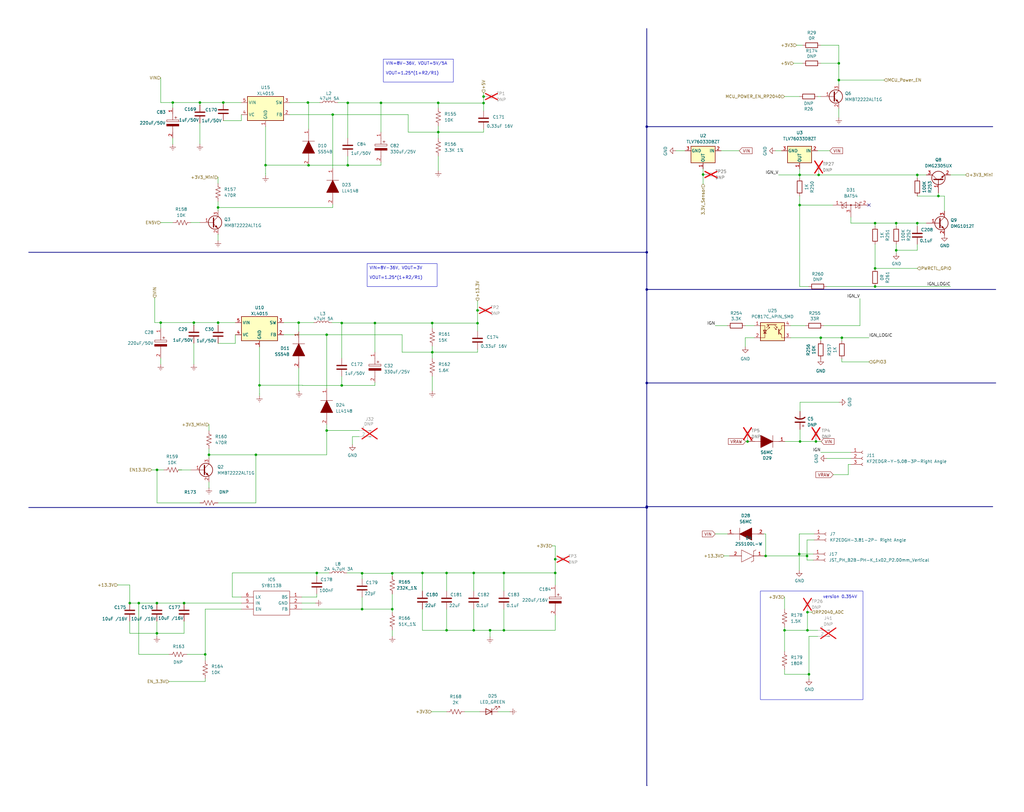
<source format=kicad_sch>
(kicad_sch (version 20231120) (generator "eeschema") (generator_version "8.0")
  (paper "User" 431 342)
  (junction (at 77.47 254))
  (junction (at 87.9567 191.5238))
  (junction (at 109.22 162.2591))
  (junction (at 66.04 266.7))
  (junction (at 295.91 73.4937))
  (junction (at 81.6019 135.89))
  (junction (at 314.6262 185.9298))
  (junction (at 133.35 241.3))
  (junction (at 66.04 254))
  (junction (at 200.9867 136.109))
  (junction (at 212.09 265.43))
  (junction (at 84.1419 43.18))
  (junction (at 160.3467 43.3232))
  (junction (at 181.9367 148.3438))
  (junction (at 386.08 73.66))
  (junction (at 345.44 142.24))
  (junction (at 129.5952 43.18))
  (junction (at 272.2111 106.2507))
  (junction (at 368.3 93.98))
  (junction (at 91.7921 135.89))
  (junction (at 272.2111 161.29))
  (junction (at 137.4867 181.3307))
  (junction (at 339.8499 265.43))
  (junction (at 368.3 120.65))
  (junction (at 72.7125 43.18))
  (junction (at 344.5606 73.66))
  (junction (at 368.3 113.03))
  (junction (at 184.4767 55.6338))
  (junction (at 212.09 241.3))
  (junction (at 330.2 265.43))
  (junction (at 354.33 142.24))
  (junction (at 203.5267 40.6677))
  (junction (at 137.4867 140.97))
  (junction (at 336.3771 233.348))
  (junction (at 111.76 69.5491))
  (junction (at 107.7044 191.5238))
  (junction (at 377.19 105.41))
  (junction (at 165.1 241.4213))
  (junction (at 336.722 185.9298))
  (junction (at 152.4 241.4213))
  (junction (at 336.55 86.36))
  (junction (at 336.55 73.66))
  (junction (at 339.6674 234.1477))
  (junction (at 129.8667 69.6038))
  (junction (at 272.2111 121.92))
  (junction (at 322.2448 234.1477))
  (junction (at 206.248 265.43))
  (junction (at 177.8 241.3))
  (junction (at 200.9867 130.7165))
  (junction (at 377.19 93.98))
  (junction (at 394.97 82.55))
  (junction (at 233.68 241.3))
  (junction (at 272.2111 53.34))
  (junction (at 340.4851 283.9561))
  (junction (at 143.8367 162.3138))
  (junction (at 187.96 265.43))
  (junction (at 66.0848 197.8738))
  (junction (at 91.7667 87.3838))
  (junction (at 152.4 256.54))
  (junction (at 146.3767 43.3232))
  (junction (at 140.0267 48.26))
  (junction (at 199.39 241.3))
  (junction (at 353.06 33.7136))
  (junction (at 67.6367 135.89))
  (junction (at 339.8499 257.81))
  (junction (at 386.08 93.98))
  (junction (at 54.61 254))
  (junction (at 343.4226 185.9298))
  (junction (at 157.8067 136.0332))
  (junction (at 272.2111 213.36))
  (junction (at 181.8942 136.0332))
  (junction (at 143.8367 136.0332))
  (junction (at 93.98 43.18))
  (junction (at 86.36 275.59))
  (junction (at 353.06 26.67))
  (junction (at 58.42 254))
  (junction (at 272.2111 213.7291))
  (junction (at 125.6954 135.89))
  (junction (at 203.5267 43.399))
  (junction (at 165.1 256.54))
  (junction (at 187.96 241.3))
  (junction (at 146.3767 69.6038))
  (junction (at 184.4342 43.3232))
  (junction (at 233.68 235.5096))
  (junction (at 199.39 265.43))
  (no_connect (at 365.76 86.36))
  (wire (pts (xy 81.6019 135.89) (xy 91.7921 135.89)))
  (wire (pts (xy 86.36 275.59) (xy 86.36 278.13)))
  (wire (pts (xy 140.0267 87.3838) (xy 140.0267 86.1138)))
  (wire (pts (xy 91.7667 88.6167) (xy 91.7825 88.6167)))
  (wire (pts (xy 177.8 241.3) (xy 165.1 241.3)))
  (wire (pts (xy 129.8667 54.3638) (xy 129.8667 43.18)))
  (wire (pts (xy 181.61 299.72) (xy 187.96 299.72)))
  (wire (pts (xy 137.4867 178.8238) (xy 137.4867 181.3307)))
  (wire (pts (xy 97.79 251.46) (xy 97.79 241.3)))
  (wire (pts (xy 143.8367 158.5038) (xy 143.8367 162.3138)))
  (wire (pts (xy 358.14 93.98) (xy 368.3 93.98)))
  (wire (pts (xy 133.35 241.3) (xy 133.35 242.57)))
  (wire (pts (xy 58.42 254) (xy 66.04 254)))
  (bus (pts (xy 272.2111 213.36) (xy 417.83 213.36)))
  (wire (pts (xy 111.76 69.5491) (xy 111.76 73.1676)))
  (wire (pts (xy 169.2367 148.3438) (xy 181.9367 148.3438)))
  (wire (pts (xy 203.5267 40.6677) (xy 203.5267 43.399)))
  (wire (pts (xy 203.5267 43.399) (xy 203.5267 46.7438)))
  (wire (pts (xy 157.8067 162.3138) (xy 143.8367 162.3138)))
  (wire (pts (xy 336.55 73.66) (xy 344.5606 73.66)))
  (wire (pts (xy 165.1 241.3) (xy 165.1 241.4213)))
  (bus (pts (xy 272.2111 161.29) (xy 419.1 161.29)))
  (wire (pts (xy 81.6019 137.16) (xy 81.6067 137.16)))
  (wire (pts (xy 339.6674 234.1477) (xy 339.6674 235.888)))
  (wire (pts (xy 377.19 102.87) (xy 377.19 105.41)))
  (wire (pts (xy 54.61 266.7) (xy 66.04 266.7)))
  (wire (pts (xy 284.48 63.5) (xy 288.29 63.5)))
  (wire (pts (xy 330.372 185.9298) (xy 336.722 185.9298)))
  (wire (pts (xy 80.3367 93.6967) (xy 80.3367 93.7338)))
  (wire (pts (xy 326.39 63.5) (xy 328.93 63.5)))
  (wire (pts (xy 109.22 162.2591) (xy 109.22 165.8776)))
  (wire (pts (xy 91.7667 101.3538) (xy 91.7667 98.7767)))
  (wire (pts (xy 314.6262 185.9298) (xy 315.132 185.9298)))
  (wire (pts (xy 339.8499 257.81) (xy 339.8499 265.43)))
  (wire (pts (xy 137.4867 181.3307) (xy 151.13 181.3307)))
  (wire (pts (xy 111.76 53.34) (xy 111.76 69.5491)))
  (wire (pts (xy 199.39 256.54) (xy 199.39 265.43)))
  (wire (pts (xy 199.39 265.43) (xy 206.248 265.43)))
  (wire (pts (xy 87.9542 191.5238) (xy 87.9542 192.835)))
  (wire (pts (xy 304.7183 234.112) (xy 304.7183 234.1477)))
  (wire (pts (xy 75.2542 197.915) (xy 75.2542 197.8738)))
  (wire (pts (xy 342.2775 235.888) (xy 339.6674 235.888)))
  (wire (pts (xy 195.58 299.72) (xy 201.93 299.72)))
  (wire (pts (xy 66.04 267.97) (xy 66.04 266.7)))
  (wire (pts (xy 143.51 136.0332) (xy 143.8367 136.0332)))
  (wire (pts (xy 143.8367 136.0332) (xy 157.8067 136.0332)))
  (wire (pts (xy 160.3467 55.6338) (xy 160.3467 43.3232)))
  (wire (pts (xy 91.7667 98.7767) (xy 91.7825 98.7767)))
  (wire (pts (xy 317.5 142.24) (xy 313.69 142.24)))
  (wire (pts (xy 397.51 82.55) (xy 394.97 82.55)))
  (wire (pts (xy 206.248 265.43) (xy 206.248 268.224)))
  (wire (pts (xy 84.1419 43.18) (xy 93.98 43.18)))
  (wire (pts (xy 199.39 241.3) (xy 187.96 241.3)))
  (bus (pts (xy 272.2111 161.29) (xy 272.2111 213.36)))
  (wire (pts (xy 353.06 26.67) (xy 345.44 26.67)))
  (wire (pts (xy 165.1 257.81) (xy 165.1 256.54)))
  (wire (pts (xy 336.55 86.36) (xy 350.52 86.36)))
  (wire (pts (xy 233.68 259.08) (xy 233.68 265.43)))
  (wire (pts (xy 132.0501 135.89) (xy 132.0501 135.8854)))
  (wire (pts (xy 121.92 43.18) (xy 129.5952 43.18)))
  (bus (pts (xy 12.0996 213.7291) (xy 272.2111 213.7291)))
  (wire (pts (xy 336.55 73.66) (xy 336.55 74.93)))
  (wire (pts (xy 87.9567 178.8238) (xy 87.9567 181.3638)))
  (wire (pts (xy 66.04 254) (xy 77.47 254)))
  (wire (pts (xy 157.8067 161.0438) (xy 157.8067 162.3138)))
  (wire (pts (xy 209.55 299.72) (xy 214.63 299.72)))
  (wire (pts (xy 67.6367 138.1838) (xy 67.6367 135.89)))
  (wire (pts (xy 87.9567 191.5238) (xy 107.7044 191.5238)))
  (wire (pts (xy 345.612 185.9298) (xy 343.4226 185.9298)))
  (wire (pts (xy 140.0267 48.26) (xy 140.0267 70.8738)))
  (wire (pts (xy 67.6367 135.89) (xy 81.6019 135.89)))
  (bus (pts (xy 12.0738 106.2507) (xy 272.2111 106.2507)))
  (wire (pts (xy 137.4867 181.3307) (xy 137.4867 191.5238)))
  (wire (pts (xy 54.61 261.62) (xy 54.61 266.7)))
  (wire (pts (xy 330.2 251.46) (xy 330.2 256.54)))
  (wire (pts (xy 91.7667 74.6838) (xy 91.7667 77.2238)))
  (wire (pts (xy 336.55 71.12) (xy 336.55 73.66)))
  (wire (pts (xy 386.08 93.98) (xy 389.89 93.98)))
  (wire (pts (xy 101.6 251.46) (xy 97.79 251.46)))
  (wire (pts (xy 109.22 146.05) (xy 109.22 162.2591)))
  (wire (pts (xy 101.6 256.54) (xy 86.36 256.54)))
  (wire (pts (xy 368.3 113.03) (xy 386.08 113.03)))
  (wire (pts (xy 353.06 26.67) (xy 353.06 33.7136)))
  (wire (pts (xy 133.35 241.3) (xy 138.43 241.3)))
  (wire (pts (xy 67.6367 93.7338) (xy 72.7167 93.7338)))
  (wire (pts (xy 181.9367 148.3438) (xy 181.9367 150.8838)))
  (wire (pts (xy 137.4867 140.97) (xy 169.2367 140.97)))
  (wire (pts (xy 177.8 241.3) (xy 177.8 248.92)))
  (wire (pts (xy 187.96 241.3) (xy 177.8 241.3)))
  (wire (pts (xy 330.2 283.9561) (xy 340.4851 283.9561)))
  (wire (pts (xy 157.8067 148.3438) (xy 157.8067 136.0332)))
  (wire (pts (xy 65.0967 125.4838) (xy 65.0967 135.89)))
  (wire (pts (xy 212.09 256.54) (xy 212.09 265.43)))
  (wire (pts (xy 86.36 287.02) (xy 86.36 285.75)))
  (wire (pts (xy 171.7767 55.6338) (xy 184.4767 55.6338)))
  (wire (pts (xy 212.09 241.3) (xy 212.09 248.92)))
  (wire (pts (xy 78.74 275.59) (xy 86.36 275.59)))
  (wire (pts (xy 165.1 250.19) (xy 165.1 256.54)))
  (wire (pts (xy 129.8667 69.5491) (xy 129.8667 69.6038)))
  (wire (pts (xy 146.05 43.3232) (xy 146.3767 43.3232)))
  (wire (pts (xy 353.06 33.7136) (xy 372.11 33.7136)))
  (wire (pts (xy 67.6367 150.8838) (xy 67.6367 153.4238)))
  (wire (pts (xy 336.3771 224.8877) (xy 336.3771 233.348)))
  (wire (pts (xy 93.98 50.8) (xy 101.6 50.8)))
  (wire (pts (xy 148.336 183.896) (xy 148.336 187.198)))
  (bus (pts (xy 272.2111 53.34) (xy 272.2111 106.2507)))
  (bus (pts (xy 272.2111 121.92) (xy 419.1 121.92)))
  (wire (pts (xy 350.692 199.8998) (xy 357.042 199.8998)))
  (wire (pts (xy 151.13 183.896) (xy 148.336 183.896)))
  (wire (pts (xy 184.4767 55.6338) (xy 184.4767 58.1738)))
  (wire (pts (xy 200.9867 136.109) (xy 200.9867 139.4538)))
  (bus (pts (xy 272.2111 121.92) (xy 272.2111 161.29)))
  (wire (pts (xy 184.4342 43.3232) (xy 184.4767 43.3232)))
  (wire (pts (xy 87.9542 205.4938) (xy 87.9567 205.4938)))
  (wire (pts (xy 212.09 241.3) (xy 199.39 241.3)))
  (wire (pts (xy 72.7125 58.1395) (xy 72.7125 60.7138)))
  (wire (pts (xy 339.6674 227.4277) (xy 339.6674 234.1477)))
  (wire (pts (xy 303.53 63.5) (xy 311.15 63.5)))
  (wire (pts (xy 184.4767 53.0938) (xy 184.4767 55.6338)))
  (wire (pts (xy 81.6067 137.16) (xy 81.6067 136.9138)))
  (wire (pts (xy 181.9367 148.3438) (xy 200.9867 148.3438)))
  (wire (pts (xy 313.862 185.9298) (xy 314.6262 185.9298)))
  (wire (pts (xy 386.08 102.87) (xy 386.08 105.41)))
  (wire (pts (xy 87.9567 188.9838) (xy 87.9567 191.5238)))
  (wire (pts (xy 146.3767 65.7938) (xy 146.3767 69.6038)))
  (wire (pts (xy 129.8667 43.18) (xy 129.5952 43.18)))
  (wire (pts (xy 313.69 137.16) (xy 317.5 137.16)))
  (wire (pts (xy 63.8267 197.8738) (xy 66.0848 197.8738)))
  (wire (pts (xy 109.22 162.2591) (xy 127.3267 162.2591)))
  (bus (pts (xy 272.2111 106.2507) (xy 272.2111 121.92)))
  (wire (pts (xy 233.68 229.87) (xy 233.68 235.5096)))
  (wire (pts (xy 300.99 137.16) (xy 306.07 137.16)))
  (wire (pts (xy 336.55 86.36) (xy 336.55 120.65)))
  (wire (pts (xy 342.2775 233.348) (xy 336.3771 233.348)))
  (wire (pts (xy 146.3767 43.3232) (xy 160.3467 43.3232)))
  (wire (pts (xy 54.61 254) (xy 58.42 254)))
  (wire (pts (xy 322.2448 224.8972) (xy 322.2448 234.1477)))
  (wire (pts (xy 65.0967 135.89) (xy 67.6367 135.89)))
  (wire (pts (xy 340.4851 283.9561) (xy 340.4851 285.9585)))
  (wire (pts (xy 386.08 95.25) (xy 386.08 93.98)))
  (wire (pts (xy 336.3771 233.348) (xy 336.3771 240.1882)))
  (wire (pts (xy 101.6 50.8) (xy 101.6 48.26)))
  (wire (pts (xy 332.74 137.16) (xy 339.09 137.16)))
  (wire (pts (xy 77.47 254) (xy 101.6 254)))
  (wire (pts (xy 181.9367 138.1838) (xy 181.9367 136.0332)))
  (wire (pts (xy 152.4 241.3) (xy 152.4 241.4213)))
  (wire (pts (xy 49.53 246.38) (xy 54.61 246.38)))
  (wire (pts (xy 394.97 82.55) (xy 394.97 81.28)))
  (wire (pts (xy 181.9367 145.8038) (xy 181.9367 148.3438)))
  (wire (pts (xy 111.76 69.5491) (xy 129.8667 69.5491)))
  (wire (pts (xy 353.06 45.72) (xy 353.06 49.53)))
  (wire (pts (xy 160.3467 43.3232) (xy 184.4342 43.3232)))
  (bus (pts (xy 272.2111 213.36) (xy 272.2111 213.7291)))
  (wire (pts (xy 125.73 154.94) (xy 125.73 164.7013)))
  (wire (pts (xy 233.68 246.38) (xy 233.68 241.3)))
  (wire (pts (xy 199.39 241.3) (xy 199.39 248.92)))
  (wire (pts (xy 200.9867 126.7538) (xy 200.9867 130.7165)))
  (wire (pts (xy 200.9867 136.109) (xy 181.8942 136.109)))
  (wire (pts (xy 84.1419 44.45) (xy 84.1419 43.18)))
  (bus (pts (xy 272.2111 213.7291) (xy 272.2111 330.8199)))
  (wire (pts (xy 233.68 235.5096) (xy 233.68 241.3)))
  (wire (pts (xy 66.04 261.62) (xy 66.04 266.7)))
  (wire (pts (xy 357.042 195.58) (xy 358.0952 195.58)))
  (wire (pts (xy 233.68 241.3) (xy 212.09 241.3)))
  (wire (pts (xy 184.4767 55.6338) (xy 203.5267 55.6338)))
  (wire (pts (xy 119.38 140.97) (xy 137.4867 140.97)))
  (wire (pts (xy 203.5267 55.6338) (xy 203.5267 54.3638)))
  (wire (pts (xy 187.96 241.3) (xy 187.96 248.92)))
  (wire (pts (xy 107.7044 211.7633) (xy 107.7044 191.5238)))
  (wire (pts (xy 330.2 265.43) (xy 330.2 274.32)))
  (wire (pts (xy 127.3267 162.3138) (xy 143.8367 162.3138)))
  (wire (pts (xy 353.06 33.7136) (xy 353.06 35.56)))
  (wire (pts (xy 91.7667 87.3838) (xy 140.0267 87.3838)))
  (wire (pts (xy 84.1625 93.6967) (xy 80.3367 93.6967)))
  (wire (pts (xy 295.91 71.12) (xy 295.91 73.4937)))
  (wire (pts (xy 353.06 19.05) (xy 353.06 26.67)))
  (wire (pts (xy 304.7183 234.1477) (xy 307.0048 234.1477)))
  (wire (pts (xy 344.17 265.43) (xy 339.8499 265.43)))
  (wire (pts (xy 361.95 137.16) (xy 346.71 137.16)))
  (wire (pts (xy 152.4 251.46) (xy 152.4 256.54)))
  (wire (pts (xy 75.2542 197.8738) (xy 76.5267 197.8738)))
  (wire (pts (xy 84.1467 44.45) (xy 84.1467 44.2038)))
  (wire (pts (xy 91.7921 144.6065) (xy 99.06 144.6065)))
  (wire (pts (xy 295.91 73.4937) (xy 295.91 77.47)))
  (wire (pts (xy 86.36 256.54) (xy 86.36 275.59)))
  (wire (pts (xy 160.3467 68.3338) (xy 160.3467 69.6038)))
  (wire (pts (xy 67.6367 32.7738) (xy 67.6367 43.18)))
  (wire (pts (xy 125.6954 135.89) (xy 132.0501 135.89)))
  (wire (pts (xy 377.19 105.41) (xy 386.08 105.41)))
  (wire (pts (xy 81.6067 144.5338) (xy 81.6067 153.4238)))
  (wire (pts (xy 91.7921 135.89) (xy 99.06 135.89)))
  (wire (pts (xy 151.13 181.3307) (xy 151.13 181.356)))
  (wire (pts (xy 368.3 93.98) (xy 368.3 95.25)))
  (wire (pts (xy 184.4342 43.399) (xy 184.4342 43.3232)))
  (wire (pts (xy 344.17 267.97) (xy 340.4851 267.97)))
  (wire (pts (xy 344.5606 73.66) (xy 386.08 73.66)))
  (wire (pts (xy 342.6375 224.8877) (xy 336.3771 224.8877)))
  (wire (pts (xy 146.05 43.1754) (xy 146.05 43.3232)))
  (wire (pts (xy 66.0848 197.8738) (xy 68.9067 197.8738)))
  (wire (pts (xy 87.9542 202.995) (xy 87.9542 205.4938)))
  (wire (pts (xy 233.68 265.43) (xy 212.09 265.43)))
  (wire (pts (xy 336.55 82.55) (xy 336.55 86.36)))
  (wire (pts (xy 71.12 287.02) (xy 86.36 287.02)))
  (wire (pts (xy 357.042 199.8998) (xy 357.042 195.58)))
  (wire (pts (xy 125.6954 139.7) (xy 125.73 139.7)))
  (wire (pts (xy 377.19 105.41) (xy 377.19 106.68)))
  (wire (pts (xy 345.44 19.05) (xy 353.06 19.05)))
  (wire (pts (xy 165.1 256.54) (xy 152.4 256.54)))
  (wire (pts (xy 160.3467 69.6038) (xy 146.3767 69.6038)))
  (wire (pts (xy 91.7921 135.89) (xy 91.7921 136.9865)))
  (wire (pts (xy 306.2339 224.8877) (xy 301.0365 224.8877)))
  (wire (pts (xy 109.2247 165.8776) (xy 109.2247 166.707)))
  (wire (pts (xy 345.44 142.24) (xy 332.74 142.24)))
  (wire (pts (xy 187.96 265.43) (xy 199.39 265.43)))
  (wire (pts (xy 72.7125 45.4395) (xy 72.7125 43.18)))
  (wire (pts (xy 143.51 135.8854) (xy 139.6701 135.8854)))
  (wire (pts (xy 133.35 250.19) (xy 133.35 251.46)))
  (wire (pts (xy 340.4851 267.97) (xy 340.4851 283.9561)))
  (wire (pts (xy 66.0848 211.7633) (xy 66.0848 197.8738)))
  (wire (pts (xy 334.01 26.67) (xy 337.82 26.67)))
  (wire (pts (xy 339.6674 227.4277) (xy 342.6375 227.4277)))
  (wire (pts (xy 330.2 281.94) (xy 330.2 283.9561)))
  (wire (pts (xy 203.5267 39.1238) (xy 203.5267 40.6677)))
  (wire (pts (xy 66.04 266.7) (xy 77.47 266.7)))
  (wire (pts (xy 87.9542 191.5238) (xy 87.9567 191.5238)))
  (wire (pts (xy 386.08 74.93) (xy 386.08 73.66)))
  (wire (pts (xy 181.8942 136.109) (xy 181.8942 136.0332)))
  (wire (pts (xy 58.42 275.59) (xy 58.42 254)))
  (wire (pts (xy 129.5952 43.18) (xy 129.5952 43.1754)))
  (wire (pts (xy 54.61 246.38) (xy 54.61 254)))
  (wire (pts (xy 232.41 229.87) (xy 233.68 229.87)))
  (wire (pts (xy 165.1 242.57) (xy 165.1 241.4213)))
  (wire (pts (xy 125.73 164.7013) (xy 125.8771 164.7013)))
  (wire (pts (xy 146.05 43.1754) (xy 142.2101 43.1754)))
  (wire (pts (xy 84.1515 211.7633) (xy 66.0848 211.7633)))
  (wire (pts (xy 140.0267 48.26) (xy 171.7767 48.26)))
  (bus (pts (xy 272.2111 330.8199) (xy 272.3431 330.8199)))
  (wire (pts (xy 121.92 48.26) (xy 140.0267 48.26)))
  (wire (pts (xy 330.2 264.16) (xy 330.2 265.43)))
  (wire (pts (xy 165.1 241.4213) (xy 152.4 241.4213)))
  (wire (pts (xy 344.17 63.5) (xy 349.25 63.5)))
  (wire (pts (xy 347.98 120.65) (xy 368.3 120.65)))
  (wire (pts (xy 184.4767 45.4738) (xy 184.4767 43.3232)))
  (wire (pts (xy 361.95 125.73) (xy 361.95 137.16)))
  (wire (pts (xy 111.7647 73.1676) (xy 111.7647 73.997)))
  (wire (pts (xy 152.4 256.54) (xy 127 256.54)))
  (wire (pts (xy 354.33 142.24) (xy 345.44 142.24)))
  (wire (pts (xy 129.5952 43.1754) (xy 134.5901 43.1754)))
  (wire (pts (xy 157.8067 136.0332) (xy 181.8942 136.0332)))
  (wire (pts (xy 336.722 169.4198) (xy 336.722 173.2298)))
  (wire (pts (xy 77.47 261.62) (xy 77.47 266.7)))
  (wire (pts (xy 377.19 93.98) (xy 377.19 95.25)))
  (wire (pts (xy 137.4867 140.97) (xy 137.4867 163.5838)))
  (wire (pts (xy 400.05 120.65) (xy 368.3 120.65)))
  (wire (pts (xy 206.248 265.43) (xy 212.09 265.43)))
  (wire (pts (xy 327.66 73.66) (xy 336.55 73.66)))
  (wire (pts (xy 72.7125 60.7138) (xy 72.7167 60.7138)))
  (wire (pts (xy 306.2339 224.8972) (xy 306.2339 224.8877)))
  (wire (pts (xy 72.7125 43.18) (xy 84.1419 43.18)))
  (wire (pts (xy 177.8 256.54) (xy 177.8 265.43)))
  (wire (pts (xy 143.8367 136.0332) (xy 143.8367 150.8838)))
  (wire (pts (xy 200.9867 148.3438) (xy 200.9867 147.0738)))
  (wire (pts (xy 347.98 193.04) (xy 358.0952 193.04)))
  (wire (pts (xy 341.63 257.81) (xy 339.8499 257.81)))
  (wire (pts (xy 99.06 144.6065) (xy 99.06 140.97)))
  (wire (pts (xy 146.3767 43.3232) (xy 146.3767 58.1738)))
  (wire (pts (xy 339.8499 265.43) (xy 330.2 265.43)))
  (wire (pts (xy 365.76 152.4) (xy 354.33 152.4)))
  (wire (pts (xy 177.8 265.43) (xy 187.96 265.43)))
  (wire (pts (xy 129.8667 69.6038) (xy 146.3767 69.6038)))
  (wire (pts (xy 127.3267 162.2591) (xy 127.3267 162.3138)))
  (wire (pts (xy 368.3 102.87) (xy 368.3 113.03)))
  (wire (pts (xy 109.22 165.8776) (xy 109.2247 165.8776)))
  (wire (pts (xy 397.51 82.55) (xy 397.51 88.9)))
  (wire (pts (xy 184.4767 65.7938) (xy 184.4767 71.8898)))
  (wire (pts (xy 84.1419 44.45) (xy 84.1467 44.45)))
  (wire (pts (xy 386.08 93.98) (xy 377.19 93.98)))
  (wire (pts (xy 67.6367 43.18) (xy 72.7125 43.18)))
  (wire (pts (xy 187.96 256.54) (xy 187.96 265.43)))
  (wire (pts (xy 354.33 142.24) (xy 365.76 142.24)))
  (wire (pts (xy 71.12 275.59) (xy 58.42 275.59)))
  (wire (pts (xy 400.05 73.66) (xy 406.4 73.66)))
  (wire (pts (xy 386.08 73.66) (xy 389.89 73.66)))
  (wire (pts (xy 340.36 120.65) (xy 336.55 120.65)))
  (wire (pts (xy 91.7667 87.3838) (xy 91.7667 88.6167)))
  (wire (pts (xy 200.9867 130.7165) (xy 200.9867 136.109)))
  (wire (pts (xy 377.19 93.98) (xy 368.3 93.98)))
  (wire (pts (xy 169.2367 140.97) (xy 169.2367 148.3438)))
  (wire (pts (xy 354.33 152.4) (xy 354.33 151.13)))
  (wire (pts (xy 203.5267 43.399) (xy 184.4342 43.399)))
  (wire (pts (xy 330.2 40.64) (xy 336.55 40.64)))
  (wire (pts (xy 345.44 190.5) (xy 358.0952 190.5)))
  (wire (pts (xy 75.2542 197.915) (xy 80.3342 197.915)))
  (wire (pts (xy 345.44 142.24) (xy 345.44 143.51)))
  (wire (pts (xy 91.7667 84.8438) (xy 91.7667 87.3838)))
  (wire (pts (xy 181.9367 158.5038) (xy 181.9367 164.5998)))
  (wire (pts (xy 81.6019 137.16) (xy 81.6019 135.89)))
  (wire (pts (xy 322.2448 234.1477) (xy 339.6674 234.1477)))
  (wire (pts (xy 171.7767 48.26) (xy 171.7767 55.6338)))
  (wire (pts (xy 133.35 251.46) (xy 127 251.46)))
  (wire (pts (xy 354.33 143.51) (xy 354.33 142.24)))
  (wire (pts (xy 146.05 241.3) (xy 152.4 241.3)))
  (wire (pts (xy 84.1467 51.8238) (xy 84.1467 60.7138)))
  (wire (pts (xy 336.722 185.9298) (xy 343.4226 185.9298)))
  (wire (pts (xy 335.28 19.05) (xy 337.82 19.05)))
  (wire (pts (xy 107.7044 191.5238) (xy 137.4867 191.5238)))
  (wire (pts (xy 353.232 169.4198) (xy 336.722 169.4198)))
  (wire (pts (xy 165.1 265.43) (xy 165.1 267.97)))
  (wire (pts (xy 119.38 135.89) (xy 125.6954 135.89)))
  (wire (pts (xy 344.17 40.64) (xy 345.44 40.64)))
  (wire (pts (xy 313.69 142.24) (xy 313.69 146.05)))
  (wire (pts (xy 127 254) (xy 132.8116 254)))
  (wire (pts (xy 336.722 180.8498) (xy 336.722 185.9298)))
  (wire (pts (xy 181.8942 136.0332) (xy 181.9367 136.0332)))
  (wire (pts (xy 143.51 135.8854) (xy 143.51 136.0332)))
  (wire (pts (xy 386.08 82.55) (xy 394.97 82.55)))
  (bus (pts (xy 272.2111 53.34) (xy 417.83 53.34)))
  (wire (pts (xy 93.98 43.18) (xy 101.6 43.18)))
  (wire (pts (xy 321.4739 224.8972) (xy 322.2448 224.8972)))
  (bus (pts (xy 272.2111 12.0238) (xy 272.2111 53.34)))
  (wire (pts (xy 152.4 241.4213) (xy 152.4 243.84)))
  (wire (pts (xy 111.76 73.1676) (xy 111.7647 73.1676)))
  (wire (pts (xy 97.79 241.3) (xy 133.35 241.3)))
  (wire (pts (xy 91.7715 211.7633) (xy 107.7044 211.7633)))
  (wire (pts (xy 125.6954 135.89) (xy 125.6954 139.7)))
  (wire (pts (xy 358.14 91.44) (xy 358.14 93.98)))
  (rectangle (start 320.04 248.92) (end 363.22 294.64))
  (text_box "VIN=8V-36V, VOUT=3V\n\nVOUT=1.25*(1+R2/R1)" (at 154.5047 111.0058 0) (size 29.464 9.652) (effects (font (size 1.27 1.27)) (justify left top)))
  (text_box "VIN=8V-36V, VOUT=5V/5A\n\nVOUT=1.25*(1+R2/R1)" (at 161.3627 24.8998 0) (size 29.464 9.652) (effects (font (size 1.27 1.27)) (justify left top)))
  (text "version 0.354V\n" (at 353.568 251.46 0) (effects (font (size 1.27 1.27))))
  (label "IGN" (at 345.44 190.5 180))
  (label "IGN_V" (at 327.66 73.66 180))
  (label "IGN_V" (at 361.95 125.73 180))
  (label "IGN" (at 300.99 137.16 180))
  (label "IGN_LOGIC" (at 365.76 142.24 0))
  (label "IGN_LOGIC" (at 400.05 120.65 180))
  (global_label "VIN" (shape input) (at 311.15 63.5 0) (property "Intersheetrefs" "${INTERSHEET_REFS}" (effects (hide yes))))
  (global_label "VRAW" (shape input) (at 350.692 199.8998 180) (property "Intersheetrefs" "${INTERSHEET_REFS}" (effects (hide yes))))
  (global_label "VIN" (shape input) (at 301.0365 224.8877 180) (property "Intersheetrefs" "${INTERSHEET_REFS}" (effects (hide yes))))
  (global_label "VRAW" (shape input) (at 313.862 185.9298 180) (property "Intersheetrefs" "${INTERSHEET_REFS}" (effects (hide yes))))
  (global_label "VIN" (shape input) (at 345.612 185.9298 0) (property "Intersheetrefs" "${INTERSHEET_REFS}" (effects (hide yes))))
  (global_label "VIN" (shape input) (at 349.25 63.5 0) (property "Intersheetrefs" "${INTERSHEET_REFS}" (effects (hide yes))))
  (hierarchical_label "EN5V" (shape input) (at 67.6367 93.7338 180))
  (hierarchical_label "MCU_POWER_EN_RP2040" (shape input) (at 330.2 40.64 180))
  (hierarchical_label "RP2040_ADC" (shape input) (at 341.63 257.81 0))
  (hierarchical_label "+13.3V" (shape input) (at 49.53 246.38 180))
  (hierarchical_label "+5V" (shape input) (at 203.5267 39.1238 90))
  (hierarchical_label "+3V3_Mini" (shape input) (at 406.4 73.66 0))
  (hierarchical_label "+5V" (shape input) (at 334.01 26.67 180))
  (hierarchical_label "VIN" (shape input) (at 65.0967 125.4838 90))
  (hierarchical_label "EN_3.3V" (shape input) (at 71.12 287.02 180))
  (hierarchical_label "EN13.3V" (shape input) (at 63.8267 197.8738 180))
  (hierarchical_label "MCU_Power_EN" (shape input) (at 372.11 33.7136 0))
  (hierarchical_label "+3V3_Mini" (shape input) (at 91.7667 74.6838 180))
  (hierarchical_label "+3V3_Mini" (shape input) (at 87.9567 178.8238 180))
  (hierarchical_label "+3V3" (shape input) (at 330.2 251.46 180))
  (hierarchical_label "+13.3V" (shape input) (at 200.9867 126.7538 90))
  (hierarchical_label "VIN" (shape input) (at 67.6367 32.7738 180))
  (hierarchical_label "PWRCTL_GPIO" (shape input) (at 386.08 113.03 0))
  (hierarchical_label "GPIO3" (shape input) (at 365.76 152.4 0))
  (hierarchical_label "+3V3" (shape input) (at 181.61 299.72 180))
  (hierarchical_label "+3V3" (shape input) (at 232.41 229.87 180))
  (hierarchical_label "+13.3V" (shape input) (at 304.7183 234.112 180))
  (hierarchical_label "3.3V_Sensor" (shape input) (at 295.91 77.47 270))
  (hierarchical_label "+3V3" (shape input) (at 335.28 19.05 180))
  (symbol (lib_id "Device:R_US") (at 181.9367 154.6938 0) (unit 1)
    (property "Reference" "R162" (at 184.4767 153.4237 0) (effects (justify left)))
    (property "Value" "1.6K" (at 184.4767 155.9637 0) (effects (justify left)))
    (property "Footprint" "Resistor_SMD:R_0603_1608Metric" (effects (hide yes)))
    (property "Description" "Resistor, US symbol" (effects (hide yes)))
  )
  (symbol (lib_id "Device:R") (at 309.88 137.16 270) (unit 1)
    (property "Reference" "R254" (at 309.88 131.9022 90))
    (property "Value" "3.3K" (at 309.88 134.2136 90))
    (property "Footprint" "Resistor_SMD:R_0603_1608Metric" (effects (hide yes)))
  )
  (symbol (lib_id "power:GND") (at 284.48 63.5 270) (unit 1)
    (property "Reference" "#PWR0125" (effects (hide yes)))
    (property "Value" "GND" (at 280.0858 63.627 0))
  )
  (symbol (lib_id "Device:L") (at 135.8601 135.8854 90) (unit 1)
    (property "Reference" "L3" (at 135.8601 132.0754 90))
    (property "Value" "47uH 5A" (at 136.0742 134.1794 90))
    (property "Footprint" "CYA1050-47UH:L_Bourns_SRR1208_12.7x12.7mm" (effects (hide yes)))
    (property "MPN" "CYA1050-47UH" (effects (hide yes)))
  )
  (symbol (lib_id "SS54B:SS54B") (at 129.8667 54.3638 270) (unit 1)
    (property "Reference" "D10" (at 133.6767 61.3488 90) (effects (justify left)))
    (property "Value" "SS54B" (at 133.6767 63.8888 90) (effects (justify left)))
    (property "Footprint" "Library:SS54B" (effects (hide yes)))
    (property "Datasheet" "https://datasheet.datasheetarchive.com/originals/distributors/Datasheets-3/DSA-43270.pdf" (effects (hide yes)))
    (property "Description" "HY Electronic Corp SS54B, SMT Rectifier Schottky Diode, 40V 5A, 2-Pin SMB" (effects (hide yes)))
    (property "Height" "2.44" (effects (hide yes)))
    (property "Manufacturer_Name" "HY Electronic" (effects (hide yes)))
    (property "Manufacturer_Part_Number" "SS54B" (effects (hide yes)))
    (property "MPN" "SS54B" (effects (hide yes)))
  )
  (symbol (lib_id "Device:R_US") (at 181.9367 141.9938 0) (unit 1)
    (property "Reference" "R161" (at 184.4767 140.7237 0) (effects (justify left)))
    (property "Value" "15K" (at 184.4767 143.2637 0) (effects (justify left)))
    (property "Footprint" "Resistor_SMD:R_0603_1608Metric" (effects (hide yes)))
    (property "Description" "Resistor, US symbol" (effects (hide yes)))
  )
  (symbol (lib_id "Device:R") (at 344.17 120.65 270) (unit 1)
    (property "Reference" "R260" (at 344.17 115.3922 90))
    (property "Value" "DNP" (at 344.17 117.7036 90))
    (property "Footprint" "Resistor_SMD:R_0603_1608Metric" (effects (hide yes)))
  )
  (symbol (lib_id "Device:R_US") (at 72.7167 197.8738 90) (unit 1)
    (property "Reference" "R159" (at 72.4627 192.2858 90))
    (property "Value" "10K" (at 72.4627 194.8258 90))
    (property "Footprint" "Resistor_SMD:R_0603_1608Metric" (effects (hide yes)))
    (property "Description" "Resistor, US symbol" (effects (hide yes)))
  )
  (symbol (lib_id "Device:C") (at 187.96 252.73 180) (unit 1)
    (property "Reference" "C181" (at 189.484 250.444 0) (effects (justify right)))
    (property "Value" "22uF" (at 188.976 255.016 0) (effects (justify right)))
    (property "Footprint" "Capacitor_SMD:C_0603_1608Metric" (effects (hide yes)))
  )
  (symbol (lib_id "power:GND") (at 326.39 63.5 270) (unit 1)
    (property "Reference" "#PWR0124" (effects (hide yes)))
    (property "Value" "GND" (at 321.9958 63.627 0))
  )
  (symbol (lib_id "power:GND") (at 340.4851 285.9585 0) (unit 1)
    (property "Reference" "#PWR0237" (effects (hide yes)))
    (property "Value" "GND" (at 340.6121 290.3527 0))
  )
  (symbol (lib_id "Device:C") (at 177.8 252.73 180) (unit 1)
    (property "Reference" "C180" (at 179.324 250.444 0) (effects (justify right)))
    (property "Value" "22uF" (at 178.816 255.016 0) (effects (justify right)))
    (property "Footprint" "Capacitor_SMD:C_0603_1608Metric" (effects (hide yes)))
  )
  (symbol (lib_id "Device:R_US") (at 191.77 299.72 90) (unit 1)
    (property "Reference" "R168" (at 191.77 293.37 90))
    (property "Value" "2K" (at 191.77 295.91 90))
    (property "Footprint" "Resistor_SMD:R_0603_1608Metric" (effects (hide yes)))
    (property "Description" "Resistor, US symbol" (effects (hide yes)))
  )
  (symbol (lib_id "Device:C") (at 152.4 247.65 180) (unit 1)
    (property "Reference" "C179" (at 153.924 245.364 0) (effects (justify right)))
    (property "Value" "22pF" (at 153.416 249.936 0) (effects (justify right)))
    (property "Footprint" "Capacitor_SMD:C_0603_1608Metric" (effects (hide yes)))
  )
  (symbol (lib_id "Device:C") (at 133.35 246.38 180) (unit 1)
    (property "Reference" "C178" (at 134.874 244.094 0) (effects (justify right)))
    (property "Value" "100nF" (at 134.366 248.666 0) (effects (justify right)))
    (property "Footprint" "Capacitor_SMD:C_0603_1608Metric" (effects (hide yes)))
  )
  (symbol (lib_id "Device:C") (at 54.61 257.81 180) (unit 1)
    (property "Reference" "C175" (at 48.006 255.778 0) (effects (justify right)))
    (property "Value" "10uF /16V" (at 42.926 260.604 0) (effects (justify right)))
    (property "Footprint" "Capacitor_SMD:C_0603_1608Metric" (effects (hide yes)))
  )
  (symbol (lib_id "power:Earth") (at 87.9567 205.4938 0) (unit 1)
    (property "Reference" "#PWR0193" (effects (hide yes)))
    (property "Value" "Earth" (effects (hide yes)))
    (property "Description" "Power symbol creates a global label with name \"Earth\"" (effects (hide yes)))
  )
  (symbol (lib_name "GND_1") (lib_id "power:GND") (at 148.336 187.198 0) (unit 1)
    (property "Reference" "#PWR0163" (effects (hide yes)))
    (property "Value" "GND" (at 148.336 191.77 0))
    (property "Description" "Power symbol creates a global label with name \"GND\" , ground" (effects (hide yes)))
  )
  (symbol (lib_id "Device:R") (at 368.3 116.84 180) (unit 1)
    (property "Reference" "R261" (at 373.5578 116.84 90))
    (property "Value" "0R" (at 371.2464 116.84 90))
    (property "Footprint" "Resistor_SMD:R_0603_1608Metric" (effects (hide yes)))
  )
  (symbol (lib_id "power:Earth") (at 353.06 49.53 0) (unit 1)
    (property "Reference" "#PWR049" (effects (hide yes)))
    (property "Value" "Earth" (effects (hide yes)))
    (property "Description" "Power symbol creates a global label with name \"Earth\"" (effects (hide yes)))
  )
  (symbol (lib_id "power:Earth") (at 81.6067 153.4238 0) (unit 1)
    (property "Reference" "#PWR0192" (effects (hide yes)))
    (property "Value" "Earth" (effects (hide yes)))
    (property "Description" "Power symbol creates a global label with name \"Earth\"" (effects (hide yes)))
  )
  (symbol (lib_id "Device:L") (at 142.24 241.3 90) (unit 1)
    (property "Reference" "L8" (at 142.24 237.49 90))
    (property "Value" "2A 4.7uH 3A" (at 142.4541 239.594 90))
    (property "Footprint" "Pro V3:Inductor_0402_4.7uH" (effects (hide yes)))
    (property "MPN" "HA42-4R7MT" (effects (hide yes)))
  )
  (symbol (lib_id "Sensor_Proximity:SFH9201") (at 325.12 139.7 0) (unit 1)
    (property "Reference" "U25" (at 325.12 130.81 0))
    (property "Value" "PC817C_4PIN_SMD" (at 325.12 133.35 0))
    (property "Footprint" "HDMI 2.0 TX:PC817" (effects (hide yes)))
    (property "MPN" "PC817C_4PIN_SMD" (effects (hide yes)))
  )
  (symbol (lib_id "Device:C") (at 386.08 99.06 180) (unit 1)
    (property "Reference" "C208" (at 387.604 96.774 0) (effects (justify right)))
    (property "Value" "0.1uF" (at 387.096 101.346 0) (effects (justify right)))
    (property "Footprint" "Capacitor_SMD:C_0603_1608Metric" (effects (hide yes)))
  )
  (symbol (lib_id "power:GND") (at 347.98 193.04 270) (unit 1)
    (property "Reference" "#PWR0207" (effects (hide yes)))
    (property "Value" "GND" (at 343.5858 193.167 0))
  )
  (symbol (lib_id "UWT1E331MNL1GS:UWT1E331MNL1GS") (at 160.3467 55.6338 270) (unit 1)
    (property "Reference" "C82" (at 164.1567 61.3488 90) (effects (justify left)))
    (property "Value" "330uF/25V" (at 164.1567 63.8888 90) (effects (justify left)))
    (property "Footprint" "Capacitor_SMD:C_Elec_8x10.2" (effects (hide yes)))
    (property "Datasheet" "https://datasheet.lcsc.com/lcsc/2211031700_KNSCHA-RVT330UF25V167RV0055_C5246574.pdf" (effects (hide yes)))
    (property "Description" "Nichicon Aluminium Electrolytic Capacitor 330uF 25V dc 8mm WT Series, Surface Mount Electrolytic, +/-20% 8 (Dia.) x 10mm" (effects (hide yes)))
    (property "Height" "10.5" (effects (hide yes)))
    (property "Manufacturer_Name" "Nichicon" (effects (hide yes)))
    (property "Manufacturer_Part_Number" "RVT330UF25V167RV0055 " (effects (hide yes)))
  )
  (symbol (lib_id "Device:R_US") (at 76.5267 93.7338 90) (unit 1)
    (property "Reference" "R158" (at 76.2727 88.1458 90))
    (property "Value" "10K" (at 76.2727 90.6858 90))
    (property "Footprint" "Resistor_SMD:R_0603_1608Metric" (effects (hide yes)))
    (property "Description" "Resistor, US symbol" (effects (hide yes)))
  )
  (symbol (lib_name "LM1117-3.3_1") (lib_id "Regulator_Linear:LM1117-3.3") (at 336.55 63.5 0) (unit 1)
    (property "Reference" "U3" (at 336.55 55.88 0))
    (property "Value" "TLV76033DBZT" (at 336.55 58.42 0))
    (property "Footprint" "Package_TO_SOT_SMD:SOT-23" (effects (hide yes)))
    (property "Datasheet" "http://www.ti.com/lit/ds/symlink/lm1117.pdf" (effects (hide yes)))
    (property "MPN" "TLV76033DBZT" (effects (hide yes)))
  )
  (symbol (lib_id "SS54B:SS54B") (at 330.372 185.9298 180) (unit 1)
    (property "Reference" "D29" (at 322.9 192.9067 0))
    (property "Value" "S6MC" (at 322.6896 190.5224 0))
    (property "Footprint" "Diode_SMD:S6MC" (effects (hide yes)))
    (property "Datasheet" "https://www.lcsc.com/product-detail/Diodes-General-Purpose_Shandong-Jingdao-Microelectronics-S6MC_C382843.html" (effects (hide yes)))
    (property "Manufacturer_Part_Number" "SS54B" (effects (hide yes)))
    (property "Mouser Part Number" "S6MC" (effects (hide yes)))
    (property "MPN" "S6MC" (effects (hide yes)))
  )
  (symbol (lib_id "Device:R_US") (at 91.7667 81.0338 0) (unit 1)
    (property "Reference" "R157" (at 94.3067 79.7637 0) (effects (justify left)))
    (property "Value" "470R" (at 94.3067 82.3037 0) (effects (justify left)))
    (property "Footprint" "Resistor_SMD:R_0603_1608Metric" (effects (hide yes)))
    (property "Description" "Resistor, US symbol" (effects (hide yes)))
  )
  (symbol (lib_id "Connector:Conn_01x02_Pin") (at 156.21 181.356 0) (mirror y) (unit 1) (dnp yes)
    (property "Reference" "J32" (at 155.575 176.53 0))
    (property "Value" "DNP " (at 155.702 178.562 0))
    (property "Footprint" "Connector_PinHeader_2.54mm:PinHeader_1x02_P2.54mm_Vertical" (effects (hide yes)))
    (property "Description" "Generic connector, single row, 01x02, script generated" (effects (hide yes)))
  )
  (symbol (lib_id "Device:R") (at 341.63 26.67 270) (unit 1)
    (property "Reference" "R174" (at 341.63 21.4122 90))
    (property "Value" "DNP" (at 341.63 23.7236 90))
    (property "Footprint" "Resistor_SMD:R_0603_1608Metric" (effects (hide yes)))
    (instances (project "MXVR_3566" (path "" (reference "R174") (unit 1))) (project "RP2040" (path "" (reference "R50") (unit 1))))
  )
  (symbol (lib_id "Device:C") (at 81.6067 140.7238 180) (unit 1)
    (property "Reference" "C29" (at 75.0027 138.6918 0) (effects (justify right)))
    (property "Value" "1uF/50V" (at 72.7167 143.2638 0) (effects (justify right)))
    (property "Footprint" "Capacitor_SMD:C_0603_1608Metric" (effects (hide yes)))
  )
  (symbol (lib_id "power:GND") (at 313.69 146.05 0) (unit 1)
    (property "Reference" "#PWR0224" (effects (hide yes)))
    (property "Value" "GND" (at 313.69 151.13 0))
    (property "Description" "Power symbol creates a global label with name \"GND\" , ground" (effects (hide yes)))
  )
  (symbol (lib_id "Connector:TestPoint") (at 344.5606 73.66 0) (unit 1) (dnp yes)
    (property "Reference" "TP27" (at 346.2479 69.0879 0) (effects (justify left)))
    (property "Value" "DNP" (at 346.2479 71.6279 0) (effects (justify left)))
    (property "Footprint" "TestPoint:TestPoint_Pad_1.0x1.0mm" (effects (hide yes)))
    (property "Description" "test point" (effects (hide yes)))
  )
  (symbol (lib_id "power:Earth") (at 72.7167 60.7138 0) (unit 1)
    (property "Reference" "#PWR0143" (effects (hide yes)))
    (property "Value" "Earth" (effects (hide yes)))
    (property "Description" "Power symbol creates a global label with name \"Earth\"" (effects (hide yes)))
  )
  (symbol (lib_id "UWT1H221MNL1GS:UWT1H221MNL1GS") (at 233.68 246.38 270) (unit 1)
    (property "Reference" "C184" (at 226.822 248.158 90) (effects (justify left)))
    (property "Value" "220uF/16V" (at 219.71 252.73 90) (effects (justify left)))
    (property "Footprint" "Capacitor_SMD:CP_Elec_6.3x7.7" (effects (hide yes)))
    (property "Datasheet" "https://datasheet.lcsc.com/lcsc/2108241130_KNSCHA-RVT220UF16V67RV0015_C2887273.pdf" (effects (hide yes)))
    (property "Description" "Capacitor lytic SMD WT Series 50V 220uF" (effects (hide yes)))
    (property "Height" "7.7" (effects (hide yes)))
    (property "Manufacturer_Part_Number" "RVT220UF16V67RV0015" (effects (hide yes)))
  )
  (symbol (lib_id "power:Earth") (at 109.2247 166.707 0) (mirror y) (unit 1)
    (property "Reference" "#PWR0194" (effects (hide yes)))
    (property "Value" "Earth" (effects (hide yes)))
    (property "Description" "Power symbol creates a global label with name \"Earth\"" (effects (hide yes)))
  )
  (symbol (lib_id "Connector:TestPoint") (at 343.4226 185.9298 0) (unit 1) (dnp yes)
    (property "Reference" "TP4" (at 345.7554 181.3577 0) (effects (justify left)))
    (property "Value" "DNP" (at 345.7554 183.8977 0) (effects (justify left)))
    (property "Footprint" "Connector_Pin:Pin_D1.0mm_L10.0mm" (effects (hide yes)))
    (property "Description" "test point" (effects (hide yes)))
  )
  (symbol (lib_id "Device:R_US") (at 86.36 281.94 0) (unit 1)
    (property "Reference" "R164" (at 88.9 280.6699 0) (effects (justify left)))
    (property "Value" "10K" (at 88.9 283.2099 0) (effects (justify left)))
    (property "Footprint" "Resistor_SMD:R_0603_1608Metric" (effects (hide yes)))
    (property "Description" "Resistor, US symbol" (effects (hide yes)))
  )
  (symbol (lib_id "SS54B:SS54B") (at 140.0267 70.8738 270) (unit 1)
    (property "Reference" "D23" (at 143.8367 77.8588 90) (effects (justify left)))
    (property "Value" "LL4148" (at 143.8367 80.3988 90) (effects (justify left)))
    (property "Footprint" "Pro V3:LL4148" (effects (hide yes)))
    (property "Datasheet" "https://www.onsemi.com/pdf/datasheet/ll4148-d.pdf" (effects (hide yes)))
    (property "MPN" "LL4148" (effects (hide yes)))
  )
  (symbol (lib_id "Connector:TestPoint") (at 295.91 73.4937 270) (unit 1) (dnp yes)
    (property "Reference" "TP25" (at 300.99 72.2236 90) (effects (justify left)))
    (property "Value" "DNP" (at 300.99 74.7636 90) (effects (justify left)))
    (property "Footprint" "TestPoint:TestPoint_Pad_1.0x1.0mm" (effects (hide yes)))
    (property "Description" "test point" (effects (hide yes)))
  )
  (symbol (lib_id "Device:R_US") (at 74.93 275.59 90) (unit 1)
    (property "Reference" "R163" (at 75.184 272.288 90))
    (property "Value" "DNP" (at 74.93 278.892 90))
    (property "Footprint" "Resistor_SMD:R_0603_1608Metric" (effects (hide yes)))
    (property "Description" "Resistor, US symbol" (effects (hide yes)))
  )
  (symbol (lib_id "Device:C") (at 200.9867 143.2638 180) (unit 1)
    (property "Reference" "C174" (at 204.7967 141.9937 0) (effects (justify right)))
    (property "Value" "0.33uF 16V" (at 202.2567 145.8038 0) (effects (justify right)))
    (property "Footprint" "Capacitor_SMD:C_0603_1608Metric" (effects (hide yes)))
  )
  (symbol (lib_id "power:Earth") (at 125.8771 164.7013 0) (mirror y) (unit 1)
    (property "Reference" "#PWR0227" (effects (hide yes)))
    (property "Value" "Earth" (effects (hide yes)))
    (property "Description" "Power symbol creates a global label with name \"Earth\"" (effects (hide yes)))
  )
  (symbol (lib_id "Connector:TestPoint") (at 200.9867 130.7165 270) (unit 1) (dnp yes)
    (property "Reference" "TP2" (at 206.4241 129.4464 90) (effects (justify left)))
    (property "Value" "DNP" (at 206.4241 131.9864 90) (effects (justify left)))
    (property "Footprint" "Connector_Pin:Pin_D1.0mm_L10.0mm" (effects (hide yes)))
    (property "Description" "test point" (effects (hide yes)))
  )
  (symbol (lib_id "power:Earth") (at 111.7647 73.997 0) (unit 1)
    (property "Reference" "#PWR040" (effects (hide yes)))
    (property "Value" "Earth" (effects (hide yes)))
    (property "Description" "Power symbol creates a global label with name \"Earth\"" (effects (hide yes)))
  )
  (symbol (lib_id "power:GND") (at 345.44 151.13 0) (unit 1)
    (property "Reference" "#PWR0225" (effects (hide yes)))
    (property "Value" "GND" (at 345.44 156.21 0))
    (property "Description" "Power symbol creates a global label with name \"GND\" , ground" (effects (hide yes)))
  )
  (symbol (lib_id "UWT1H221MNL1GS:UWT1H221MNL1GS") (at 72.7125 45.4395 270) (unit 1)
    (property "Reference" "C83" (at 65.8545 47.2175 90) (effects (justify left)))
    (property "Value" "220uF/50V" (at 58.7425 51.7895 90) (effects (justify left)))
    (property "Footprint" "Capacitor_SMD:C_Elec_10x10.2" (effects (hide yes)))
    (property "Datasheet" "https://datasheet.lcsc.com/lcsc/2108241130_KNSCHA-RVT220UF50V67RV0021_C2887271.pdf" (effects (hide yes)))
    (property "Description" " 220uF 50V 230mA@120Hz ±20% SMD,D10xL10.2mm Aluminum Electrolytic Capacitors - SMD ROHS" (effects (hide yes)))
    (property "Height" "10.5" (effects (hide yes)))
    (property "Manufacturer_Part_Number" "RVT220UF50V67RV0021" (effects (hide yes)))
  )
  (symbol (lib_id "Device:C") (at 91.7921 140.7965 180) (unit 1)
    (property "Reference" "C30" (at 86.1787 138.6918 0) (effects (justify right)))
    (property "Value" "1uF/50V" (at 82.6227 143.5178 0) (effects (justify right)))
    (property "Footprint" "Capacitor_SMD:C_0603_1608Metric" (effects (hide yes)))
  )
  (symbol (lib_name "BC107_1") (lib_id "Transistor_BJT:BC107") (at 394.97 76.2 90) (unit 1)
    (property "Reference" "Q8" (at 394.97 67.31 90))
    (property "Value" "DMG2305UX" (at 394.97 69.85 90))
    (property "Footprint" "Package_TO_SOT_SMD:SOT-23" (effects (hide yes)))
    (property "Datasheet" "http://www.b-kainka.de/Daten/Transistor/BC108.pdf" (effects (hide yes)))
    (property "Description" "0.1A Ic, 50V Vce, Low Noise General Purpose NPN Transistor, TO-18" (effects (hide yes)))
    (property "MPN" "DMG2305UX" (effects (hide yes)))
  )
  (symbol (lib_id "Device:R") (at 354.33 147.32 0) (unit 1)
    (property "Reference" "R257" (at 349.0722 147.32 90))
    (property "Value" "1K" (at 351.3836 147.32 90))
    (property "Footprint" "Resistor_SMD:R_0603_1608Metric" (effects (hide yes)))
  )
  (symbol (lib_id "Connector:Conn_01x03_Socket") (at 363.1752 193.04 0) (unit 1)
    (property "Reference" "J11" (at 364.662 191.7699 0) (effects (justify left)))
    (property "Value" "KF2EDGR-Y-5.08-3P-Right Angle" (at 364.662 194.3099 0) (effects (justify left)))
    (property "Footprint" "KF2EDGH:KF2EDGR-Y-5.08-3P-Right Angle" (effects (hide yes)))
    (property "Description" "Generic connector, single row, 01x03, script generated" (effects (hide yes)))
    (property "MPN" "KF2EDGR-Y-5.08-3P-Right Angle" (effects (hide yes)))
  )
  (symbol (lib_id "SS54B:SS54B") (at 137.4867 163.5838 270) (unit 1)
    (property "Reference" "D24" (at 141.2967 170.5688 90) (effects (justify left)))
    (property "Value" "LL4148" (at 141.2967 173.1088 90) (effects (justify left)))
    (property "Footprint" "Pro V3:LL4148" (effects (hide yes)))
    (property "Datasheet" "https://www.onsemi.com/pdf/datasheet/ll4148-d.pdf" (effects (hide yes)))
    (property "MPN" "LL4148" (effects (hide yes)))
  )
  (symbol (lib_id "power:Earth") (at 206.248 268.224 0) (unit 1)
    (property "Reference" "#PWR0200" (effects (hide yes)))
    (property "Value" "Earth" (effects (hide yes)))
    (property "Description" "Power symbol creates a global label with name \"Earth\"" (effects (hide yes)))
  )
  (symbol (lib_id "Device:L") (at 138.4001 43.1754 90) (unit 1)
    (property "Reference" "L2" (at 138.4001 39.3654 90))
    (property "Value" "47uH 5A" (at 138.6142 41.4694 90))
    (property "Footprint" "CYA1050-47UH:L_Bourns_SRR1208_12.7x12.7mm" (effects (hide yes)))
    (property "MPN" "CYA1050-47UH" (effects (hide yes)))
  )
  (symbol (lib_name "SY8113B_1") (lib_id "SY8113B:SY8113B") (at 127 251.46 0) (mirror y) (unit 1)
    (property "Reference" "IC5" (at 114.3 244.094 0))
    (property "Value" "SY8113B" (at 114.3 246.634 0))
    (property "Footprint" "Library:SY8113B" (effects (hide yes)))
    (property "Datasheet" "https://www.olimex.com/Products/Breadboarding/BB-PWR-8113/resources/SY8113.pdf" (effects (hide yes)))
    (property "Description" "High Efficiency, 500kHz, 3A, 16V Input Synchronous Step Down Regulator" (effects (hide yes)))
    (property "Height" "1" (effects (hide yes)))
    (property "Manufacturer_Name" "Silergy" (effects (hide yes)))
    (property "Manufacturer_Part_Number" "SY8113B" (effects (hide yes)))
    (property "MPN" "SY8113B" (effects (hide yes)))
  )
  (symbol (lib_id "Device:C") (at 146.3767 61.9838 180) (unit 1)
    (property "Reference" "C84" (at 150.1867 60.7137 0) (effects (justify right)))
    (property "Value" "1uF/50V" (at 147.6467 64.5238 0) (effects (justify right)))
    (property "Footprint" "Capacitor_SMD:C_0603_1608Metric" (effects (hide yes)))
  )
  (symbol (lib_id "power:GND") (at 336.3771 240.1882 0) (unit 1)
    (property "Reference" "#PWR071" (effects (hide yes)))
    (property "Value" "GND" (at 336.5041 244.5824 0))
  )
  (symbol (lib_id "power:Earth") (at 67.6367 153.4238 0) (unit 1)
    (property "Reference" "#PWR06" (effects (hide yes)))
    (property "Value" "Earth" (effects (hide yes)))
    (property "Description" "Power symbol creates a global label with name \"Earth\"" (effects (hide yes)))
  )
  (symbol (lib_id "Device:C") (at 212.09 252.73 180) (unit 1)
    (property "Reference" "C183" (at 213.614 250.444 0) (effects (justify right)))
    (property "Value" "0.1uF" (at 213.106 255.016 0) (effects (justify right)))
    (property "Footprint" "Capacitor_SMD:C_0603_1608Metric" (effects (hide yes)))
  )
  (symbol (lib_id "Connector:Conn_01x02_Socket") (at 347.3575 233.348 0) (unit 1)
    (property "Reference" "J17" (at 348.89 233.3479 0) (effects (justify left)))
    (property "Value" "JST_PH_B2B-PH-K_1x02_P2.00mm_Vertical" (at 348.89 235.8879 0) (effects (justify left)))
    (property "Footprint" "Connector_JST:JST_PH_B2B-PH-K_1x02_P2.00mm_Vertical" (effects (hide yes)))
    (property "Description" "Generic connector, single row, 01x02, script generated" (effects (hide yes)))
    (property "MPN" "JST_PH_B2B-PH-K_1x02_P2.00mm_Vertical" (effects (hide yes)))
  )
  (symbol (lib_id "Device:R") (at 377.19 99.06 180) (unit 1)
    (property "Reference" "R252" (at 382.4478 99.06 90))
    (property "Value" "100K" (at 380.1364 99.06 90))
    (property "Footprint" "Resistor_SMD:R_0603_1608Metric" (effects (hide yes)))
  )
  (symbol (lib_id "Device:C") (at 143.8367 154.6938 180) (unit 1)
    (property "Reference" "C172" (at 147.6467 153.4237 0) (effects (justify right)))
    (property "Value" "1uF/50V" (at 145.1067 157.2338 0) (effects (justify right)))
    (property "Footprint" "Capacitor_SMD:C_0603_1608Metric" (effects (hide yes)))
  )
  (symbol (lib_id "power:Earth") (at 91.7667 101.3538 0) (unit 1)
    (property "Reference" "#PWR0148" (effects (hide yes)))
    (property "Value" "Earth" (effects (hide yes)))
    (property "Description" "Power symbol creates a global label with name \"Earth\"" (effects (hide yes)))
  )
  (symbol (lib_id "UWT1H221MNL1GS:UWT1H221MNL1GS") (at 67.6367 138.1838 270) (unit 1)
    (property "Reference" "C28" (at 60.7787 139.9618 90) (effects (justify left)))
    (property "Value" "220uF/50V" (at 53.6667 144.5338 90) (effects (justify left)))
    (property "Footprint" "Capacitor_SMD:C_Elec_10x10.2" (effects (hide yes)))
    (property "Datasheet" "https://datasheet.lcsc.com/lcsc/2108241130_KNSCHA-RVT220UF50V67RV0021_C2887271.pdf" (effects (hide yes)))
    (property "Description" " 220uF 50V 230mA@120Hz ±20% SMD,D10xL10.2mm Aluminum Electrolytic Capacitors - SMD ROHS" (effects (hide yes)))
    (property "Height" "10.5" (effects (hide yes)))
    (property "Manufacturer_Part_Number" "RVT220UF50V67RV0021" (effects (hide yes)))
  )
  (symbol (lib_id "Device:R_US") (at 87.9567 185.1738 0) (unit 1)
    (property "Reference" "R160" (at 90.4967 183.9037 0) (effects (justify left)))
    (property "Value" "470R" (at 90.4967 186.4437 0) (effects (justify left)))
    (property "Footprint" "Resistor_SMD:R_0603_1608Metric" (effects (hide yes)))
    (property "Description" "Resistor, US symbol" (effects (hide yes)))
  )
  (symbol (lib_id "Connector:TestPoint") (at 203.5267 40.6677 270) (unit 1) (dnp yes)
    (property "Reference" "TP1" (at 208.9641 39.3976 90) (effects (justify left)))
    (property "Value" "DNP" (at 208.9641 41.9376 90) (effects (justify left)))
    (property "Footprint" "Connector_Pin:Pin_D1.0mm_L10.0mm" (effects (hide yes)))
    (property "Description" "test point" (effects (hide yes)))
  )
  (symbol (lib_id "Diode:BAT54AW") (at 358.14 86.36 0) (unit 1)
    (property "Reference" "D31" (at 358.14 80.01 0))
    (property "Value" "BAT54" (at 358.14 82.55 0))
    (property "Footprint" "Package_TO_SOT_SMD:SOT-23" (effects (hide yes)))
    (property "MPN" "BAT54" (effects (hide yes)))
  )
  (symbol (lib_id "Device:R_US") (at 330.2 278.13 0) (unit 1)
    (property "Reference" "R179" (at 332.74 276.8599 0) (effects (justify left)))
    (property "Value" "180R" (at 332.74 279.3999 0) (effects (justify left)))
    (property "Footprint" "Resistor_SMD:R_0603_1608Metric" (effects (hide yes)))
    (property "Description" "Resistor, US symbol" (effects (hide yes)))
  )
  (symbol (lib_id "Device:R") (at 342.9 137.16 270) (unit 1)
    (property "Reference" "R255" (at 342.9 131.9022 90))
    (property "Value" "33R" (at 342.9 134.2136 90))
    (property "Footprint" "Resistor_SMD:R_0603_1608Metric" (effects (hide yes)))
  )
  (symbol (lib_id "Device:R_US") (at 184.4767 61.9838 0) (unit 1)
    (property "Reference" "R156" (at 187.0167 60.7137 0) (effects (justify left)))
    (property "Value" "3.3K 1%" (at 187.0167 63.2537 0) (effects (justify left)))
    (property "Footprint" "Resistor_SMD:R_0603_1608Metric" (effects (hide yes)))
    (property "Description" "Resistor, US symbol" (effects (hide yes)))
  )
  (symbol (lib_id "Device:R_US") (at 87.9615 211.7633 90) (unit 1)
    (property "Reference" "R173" (at 80.0571 207.2753 90))
    (property "Value" "DNP" (at 94.2524 207.201 90))
    (property "Footprint" "Resistor_SMD:R_0603_1608Metric" (effects (hide yes)))
    (property "Description" "Resistor, US symbol" (effects (hide yes)))
  )
  (symbol (lib_id "Device:C") (at 84.1467 48.0138 180) (unit 1)
    (property "Reference" "C169" (at 77.5427 45.9818 0) (effects (justify right)))
    (property "Value" "1uF/50V" (at 75.2567 50.5538 0) (effects (justify right)))
    (property "Footprint" "Capacitor_SMD:C_0603_1608Metric" (effects (hide yes)))
  )
  (symbol (lib_id "Connector:TestPoint") (at 314.6262 185.9298 0) (unit 1) (dnp yes)
    (property "Reference" "TP5" (at 316.171 181.3577 0) (effects (justify left)))
    (property "Value" "DNP" (at 316.171 183.8977 0) (effects (justify left)))
    (property "Footprint" "Connector_Pin:Pin_D1.0mm_L10.0mm" (effects (hide yes)))
    (property "Description" "test point" (effects (hide yes)))
  )
  (symbol (lib_id "Device:R_US") (at 184.4767 49.2838 0) (unit 1)
    (property "Reference" "R155" (at 187.0167 48.0137 0) (effects (justify left)))
    (property "Value" "10K" (at 187.0167 50.5537 0) (effects (justify left)))
    (property "Footprint" "Resistor_SMD:R_0603_1608Metric" (effects (hide yes)))
    (property "Description" "Resistor, US symbol" (effects (hide yes)))
  )
  (symbol (lib_id "Device:C") (at 203.5267 50.5538 180) (unit 1)
    (property "Reference" "C171" (at 207.3367 49.2837 0) (effects (justify right)))
    (property "Value" "0.33uF 16V" (at 204.7967 53.0938 0) (effects (justify right)))
    (property "Footprint" "Capacitor_SMD:C_0603_1608Metric" (effects (hide yes)))
  )
  (symbol (lib_id "Regulator_Switching:XL4015") (at 111.76 45.72 0) (unit 1)
    (property "Reference" "U15" (at 111.76 36.83 0))
    (property "Value" "XL4015" (at 111.76 39.37 0))
    (property "Footprint" "Package_TO_SOT_SMD:TO-263-5_TabPin3" (effects (hide yes)))
    (property "Datasheet" "http://www.xlsemi.net/datasheet/XL4015%20datasheet-English.pdf" (effects (hide yes)))
    (property "MPN" "XL4015" (effects (hide yes)))
  )
  (symbol (lib_id "power:Earth") (at 184.4767 71.8898 0) (unit 1)
    (property "Reference" "#PWR0147" (effects (hide yes)))
    (property "Value" "Earth" (effects (hide yes)))
    (property "Description" "Power symbol creates a global label with name \"Earth\"" (effects (hide yes)))
  )
  (symbol (lib_id "UWT1E331MNL1GS:UWT1E331MNL1GS") (at 157.8067 148.3438 270) (unit 1)
    (property "Reference" "C32" (at 161.6167 154.0588 90) (effects (justify left)))
    (property "Value" "330uF/25V" (at 161.6167 156.5988 90) (effects (justify left)))
    (property "Footprint" "Capacitor_SMD:C_Elec_8x10.2" (effects (hide yes)))
    (property "Datasheet" "https://datasheet.lcsc.com/lcsc/2211031700_KNSCHA-RVT330UF25V167RV0055_C5246574.pdf" (effects (hide yes)))
    (property "Description" "Nichicon Aluminium Electrolytic Capacitor 330uF 25V dc 8mm WT Series, Surface Mount Electrolytic, +/-20% 8 (Dia.) x 10mm" (effects (hide yes)))
    (property "Height" "10.5" (effects (hide yes)))
    (property "Manufacturer_Name" "Nichicon" (effects (hide yes)))
    (property "Manufacturer_Part_Number" "RVT330UF25V167RV0055 " (effects (hide yes)))
  )
  (symbol (lib_id "Device:R_US") (at 330.2 260.35 0) (unit 1)
    (property "Reference" "R178" (at 332.74 259.0799 0) (effects (justify left)))
    (property "Value" "1.5K" (at 332.74 261.6199 0) (effects (justify left)))
    (property "Footprint" "Resistor_SMD:R_0603_1608Metric" (effects (hide yes)))
    (property "Description" "Resistor, US symbol" (effects (hide yes)))
  )
  (symbol (lib_id "Transistor_BJT:2N3055") (at 85.4142 197.915 0) (unit 1)
    (property "Reference" "Q2" (at 91.44 196.6449 0) (effects (justify left)))
    (property "Value" "MMBT2222ALT1G" (at 91.44 199.1849 0) (effects (justify left)))
    (property "Footprint" "Pro V3:MMBT2222ALT1G" (effects (hide yes)))
    (property "Datasheet" "https://datasheet.lcsc.com/lcsc/2304140030_onsemi-MMBT2222ALT1G_C82460.pdf" (effects (hide yes)))
    (property "Description" "40V 225mW 100@150mA,10V 600mA NPN SOT-23(TO-236) Bipolar Transistors - BJT ROHS" (effects (hide yes)))
    (property "MPN" "MMBT2222ALT1G" (effects (hide yes)))
  )
  (symbol (lib_id "Device:R") (at 368.3 99.06 180) (unit 1)
    (property "Reference" "R251" (at 373.5578 99.06 90))
    (property "Value" "1K" (at 371.2464 99.06 90))
    (property "Footprint" "Resistor_SMD:R_0603_1608Metric" (effects (hide yes)))
  )
  (symbol (lib_id "Transistor_BJT:2N3055") (at 89.2425 93.6967 0) (unit 1)
    (property "Reference" "Q3" (at 94.3225 92.4266 0) (effects (justify left)))
    (property "Value" "MMBT2222ALT1G" (at 94.3225 94.9666 0) (effects (justify left)))
    (property "Footprint" "Pro V3:MMBT2222ALT1G" (effects (hide yes)))
    (property "Datasheet" "https://datasheet.lcsc.com/lcsc/2304140030_onsemi-MMBT2222ALT1G_C82460.pdf" (effects (hide yes)))
    (property "Description" "40V 225mW 100@150mA,10V 600mA NPN SOT-23(TO-236) Bipolar Transistors - BJT ROHS" (effects (hide yes)))
    (property "MPN" "MMBT2222ALT1G" (effects (hide yes)))
  )
  (symbol (lib_id "SS54B:SS54B") (at 306.2339 224.8972 0) (unit 1)
    (property "Reference" "D28" (at 313.8539 217.1741 0))
    (property "Value" "S6MC" (at 313.8539 219.7141 0))
    (property "Footprint" "Diode_SMD:S6MC" (effects (hide yes)))
    (property "Datasheet" "https://www.lcsc.com/product-detail/Diodes-General-Purpose_Shandong-Jingdao-Microelectronics-S6MC_C382843.html" (effects (hide yes)))
    (property "Manufacturer_Part_Number" "SS54B" (effects (hide yes)))
    (property "Mouser Part Number" "S6MC" (effects (hide yes)))
    (property "MPN" "S6MC" (effects (hide yes)))
  )
  (symbol (lib_id "Device:R") (at 336.55 78.74 180) (unit 1)
    (property "Reference" "R250" (at 341.8078 78.74 90))
    (property "Value" "1K" (at 339.4964 78.74 90))
    (property "Footprint" "Resistor_SMD:R_0603_1608Metric" (effects (hide yes)))
  )
  (symbol (lib_name "BC107_1") (lib_id "Transistor_BJT:BC107") (at 394.97 93.98 0) (unit 1)
    (property "Reference" "Q9" (at 400.05 92.7099 0) (effects (justify left)))
    (property "Value" "DMG1012T" (at 400.05 95.2499 0) (effects (justify left)))
    (property "Footprint" "Package_TO_SOT_SMD:SOT-523" (effects (hide yes)))
    (property "Datasheet" "http://www.b-kainka.de/Daten/Transistor/BC108.pdf" (effects (hide yes)))
    (property "Description" "0.1A Ic, 50V Vce, Low Noise General Purpose NPN Transistor, TO-18" (effects (hide yes)))
    (property "MPN" "DMG1012T" (effects (hide yes)))
  )
  (symbol (lib_id "Device:C") (at 66.04 257.81 180) (unit 1)
    (property "Reference" "C176" (at 59.436 255.778 0) (effects (justify right)))
    (property "Value" "10uF /16V" (at 55.118 260.604 0) (effects (justify right)))
    (property "Footprint" "Capacitor_SMD:C_0603_1608Metric" (effects (hide yes)))
  )
  (symbol (lib_id "SS54B:SS54B") (at 125.73 139.7 90) (mirror x) (unit 1)
    (property "Reference" "D11" (at 121.92 146.685 90) (effects (justify left)))
    (property "Value" "SS54B" (at 121.92 149.225 90) (effects (justify left)))
    (property "Footprint" "Library:SS54B" (effects (hide yes)))
    (property "Datasheet" "https://datasheet.datasheetarchive.com/originals/distributors/Datasheets-3/DSA-43270.pdf" (effects (hide yes)))
    (property "Description" "HY Electronic Corp SS54B, SMT Rectifier Schottky Diode, 40V 5A, 2-Pin SMB" (effects (hide yes)))
    (property "Height" "2.44" (effects (hide yes)))
    (property "Manufacturer_Name" "HY Electronic" (effects (hide yes)))
    (property "Manufacturer_Part_Number" "SS54B" (effects (hide yes)))
    (property "MPN" "SS54B" (effects (hide yes)))
  )
  (symbol (lib_id "Connector:Conn_01x02_Pin") (at 349.25 265.43 0) (mirror y) (unit 1) (dnp yes)
    (property "Reference" "J41" (at 348.615 260.35 0))
    (property "Value" "DNP" (at 348.615 262.89 0))
    (property "Footprint" "Connector_PinSocket_2.00mm:PinSocket_1x02_P2.00mm_Vertical" (effects (hide yes)))
    (property "Description" "Generic connector, single row, 01x02, script generated" (effects (hide yes)))
  )
  (symbol (lib_id "Device:R") (at 386.08 78.74 180) (unit 1)
    (property "Reference" "R253" (at 391.3378 78.74 90))
    (property "Value" "100K" (at 389.0264 78.74 90))
    (property "Footprint" "Resistor_SMD:R_0603_1608Metric" (effects (hide yes)))
  )
  (symbol (lib_id "Device:R") (at 345.44 147.32 0) (unit 1)
    (property "Reference" "R256" (at 340.1822 147.32 90))
    (property "Value" "10K" (at 342.4936 147.32 90))
    (property "Footprint" "Resistor_SMD:R_0603_1608Metric" (effects (hide yes)))
  )
  (symbol (lib_id "power:GND") (at 397.51 99.06 0) (unit 1)
    (property "Reference" "#PWR0108" (effects (hide yes)))
    (property "Value" "GND" (at 397.637 103.4542 0))
  )
  (symbol (lib_id "Device:C") (at 199.39 252.73 180) (unit 1)
    (property "Reference" "C182" (at 200.914 250.444 0) (effects (justify right)))
    (property "Value" "0.1uF" (at 200.406 255.016 0) (effects (justify right)))
    (property "Footprint" "Capacitor_SMD:C_0603_1608Metric" (effects (hide yes)))
  )
  (symbol (lib_id "power:Earth") (at 165.1 267.97 0) (unit 1)
    (property "Reference" "#PWR0199" (effects (hide yes)))
    (property "Value" "Earth" (effects (hide yes)))
    (property "Description" "Power symbol creates a global label with name \"Earth\"" (effects (hide yes)))
  )
  (symbol (lib_id "Device:C_Polarized_US") (at 336.722 177.0398 180) (unit 1)
    (property "Reference" "C5" (at 339.77 176.4047 0) (effects (justify right)))
    (property "Value" "DNP" (at 339.77 178.9447 0) (effects (justify right)))
    (property "Footprint" "RP2040_minimal:FYD0H473ZF" (effects (hide yes)))
    (property "Description" "FYD0H473ZF" (effects (hide yes)))
    (property "MPN" "FYD0H473ZF" (effects (hide yes)))
  )
  (symbol (lib_id "power:Earth") (at 84.1467 60.7138 0) (unit 1)
    (property "Reference" "#PWR0141" (effects (hide yes)))
    (property "Value" "Earth" (effects (hide yes)))
    (property "Description" "Power symbol creates a global label with name \"Earth\"" (effects (hide yes)))
  )
  (symbol (lib_id "Device:R_US") (at 165.1 246.38 0) (unit 1)
    (property "Reference" "R165" (at 167.64 245.1099 0) (effects (justify left)))
    (property "Value" "232K_1%" (at 166.878 247.65 0) (effects (justify left)))
    (property "Footprint" "Resistor_SMD:R_0603_1608Metric" (effects (hide yes)))
    (property "Description" "Resistor, US symbol" (effects (hide yes)))
  )
  (symbol (lib_id "Device:C") (at 77.47 257.81 180) (unit 1)
    (property "Reference" "C177" (at 70.866 255.778 0) (effects (justify right)))
    (property "Value" "10uF /16V" (at 66.548 260.35 0) (effects (justify right)))
    (property "Footprint" "Capacitor_SMD:C_0603_1608Metric" (effects (hide yes)))
  )
  (symbol (lib_id "Device:R") (at 340.36 40.64 90) (unit 1)
    (property "Reference" "R26" (at 340.36 45.8978 90))
    (property "Value" "DNP" (at 340.36 43.5864 90))
    (property "Footprint" "Resistor_SMD:R_0603_1608Metric" (effects (hide yes)))
    (instances (project "MXVR_3566" (path "" (reference "R26") (unit 1))) (project "RP2040" (path "" (reference "R50") (unit 1))))
  )
  (symbol (lib_id "Device:LED") (at 205.74 299.72 180) (unit 1)
    (property "Reference" "D25" (at 207.3275 293.116 0))
    (property "Value" "LED_GREEN" (at 207.3275 295.656 0))
    (property "Footprint" "LED_SMD:LED_0603_1608Metric" (effects (hide yes)))
    (property "Description" "Light emitting diode" (effects (hide yes)))
    (property "MPN" "LED_GREEN" (effects (hide yes)))
  )
  (symbol (lib_id "power:GND") (at 377.19 106.68 0) (unit 1)
    (property "Reference" "#PWR065" (effects (hide yes)))
    (property "Value" "GND" (at 377.317 111.0742 0))
  )
  (symbol (lib_id "Connector:TestPoint") (at 233.68 235.5096 270) (unit 1) (dnp yes)
    (property "Reference" "TP3" (at 239.1174 234.2395 90) (effects (justify left)))
    (property "Value" "DNP" (at 239.1174 236.7795 90) (effects (justify left)))
    (property "Footprint" "Connector_Pin:Pin_D1.0mm_L10.0mm" (effects (hide yes)))
    (property "Description" "test point" (effects (hide yes)))
  )
  (symbol (lib_id "Connector:Conn_01x02_Socket") (at 347.7175 224.8877 0) (unit 1)
    (property "Reference" "J7" (at 349.25 224.8876 0) (effects (justify left)))
    (property "Value" "KF2EDGH-3.81-2P- Right Angle" (at 349.25 227.4276 0) (effects (justify left)))
    (property "Footprint" "KF2EDGH:KF2EDGH-3.81-2P" (effects (hide yes)))
    (property "Description" "Generic connector, single row, 01x02, script generated" (effects (hide yes)))
    (property "MPN" "KF2EDGH-3.81-2P- Right Angle" (effects (hide yes)))
  )
  (symbol (lib_id "2SS100LW:2SS100L-W") (at 322.2448 234.1477 180) (unit 1)
    (property "Reference" "D4" (at 315.1328 226.5277 0))
    (property "Value" "2SS100L-W" (at 315.1328 229.0677 0))
    (property "Footprint" "2SS100L-W:2SS100LW" (effects (hide yes)))
    (property "Datasheet" "https://componentsearchengine.com/Datasheets/1/2SS100L-W.pdf" (effects (hide yes)))
    (property "Description" "Schottky Diodes & Rectifiers 100V 2A SM SCHOTTKY Barrier Rectifier" (effects (hide yes)))
    (property "Height" "1" (effects (hide yes)))
    (property "Manufacturer_Name" "Rectron" (effects (hide yes)))
    (property "Manufacturer_Part_Number" "2SS100L-W" (effects (hide yes)))
    (property "Mouser Part Number" "583-2SS100L-W" (effects (hide yes)))
    (property "Mouser Price/Stock" "https://www.mouser.co.uk/ProductDetail/Rectron/2SS100L-W?qs=5aG0NVq1C4wsv0OtzLcEnw%3D%3D" (effects (hide yes)))
    (property "Arrow Part Number" "2SS100L-W" (effects (hide yes)))
    (property "Arrow Price/Stock" "https://www.arrow.com/en/products/2ss100l-w/rectron?region=nac" (effects (hide yes)))
    (property "MPN" "2SS100L-W" (effects (hide yes)))
  )
  (symbol (lib_id "Device:C") (at 93.98 46.99 180) (unit 1)
    (property "Reference" "C170" (at 86.36 46.228 0) (effects (justify right)))
    (property "Value" "1uF/50V" (at 84.836 50.8 0) (effects (justify right)))
    (property "Footprint" "Capacitor_SMD:C_0603_1608Metric" (effects (hide yes)))
  )
  (symbol (lib_id "power:Earth") (at 214.63 299.72 90) (unit 1)
    (property "Reference" "#PWR0201" (effects (hide yes)))
    (property "Value" "Earth" (effects (hide yes)))
    (property "Description" "Power symbol creates a global label with name \"Earth\"" (effects (hide yes)))
  )
  (symbol (lib_id "power:Earth") (at 132.8116 254 90) (unit 1)
    (property "Reference" "#PWR0198" (effects (hide yes)))
    (property "Value" "Earth" (effects (hide yes)))
    (property "Description" "Power symbol creates a global label with name \"Earth\"" (effects (hide yes)))
  )
  (symbol (lib_id "Device:R") (at 341.63 19.05 270) (unit 1)
    (property "Reference" "R29" (at 341.63 13.7922 90))
    (property "Value" "0R" (at 341.63 16.1036 90))
    (property "Footprint" "Resistor_SMD:R_0603_1608Metric" (effects (hide yes)))
    (instances (project "MXVR_3566" (path "" (reference "R29") (unit 1))) (project "RP2040" (path "" (reference "R50") (unit 1))))
  )
  (symbol (lib_id "Device:R_US") (at 165.1 261.62 0) (unit 1)
    (property "Reference" "R166" (at 167.64 260.3499 0) (effects (justify left)))
    (property "Value" "51K_1%" (at 167.64 262.8899 0) (effects (justify left)))
    (property "Footprint" "Resistor_SMD:R_0603_1608Metric" (effects (hide yes)))
    (property "Description" "Resistor, US symbol" (effects (hide yes)))
  )
  (symbol (lib_id "Transistor_BJT:2N3055") (at 350.52 40.64 0) (unit 1)
    (property "Reference" "Q6" (at 355.6 39.3699 0) (effects (justify left)))
    (property "Value" "MMBT2222ALT1G" (at 355.6 41.9099 0) (effects (justify left)))
    (property "Footprint" "HDMI 2.0 TX:MMBT2222ALT1G" (effects (hide yes)))
    (property "Datasheet" "https://datasheet.lcsc.com/lcsc/2304140030_onsemi-MMBT2222ALT1G_C82460.pdf" (effects (hide yes)))
    (property "Description" "40V 225mW 100@150mA,10V 600mA NPN SOT-23(TO-236) Bipolar Transistors - BJT ROHS" (effects (hide yes)))
  )
  (symbol (lib_name "LM1117-3.3_1") (lib_id "Regulator_Linear:LM1117-3.3") (at 295.91 63.5 0) (unit 1)
    (property "Reference" "U2" (at 295.91 57.15 0))
    (property "Value" "TLV76033DBZT" (at 295.91 59.69 0))
    (property "Footprint" "Package_TO_SOT_SMD:SOT-23" (effects (hide yes)))
    (property "Datasheet" "http://www.ti.com/lit/ds/symlink/lm1117.pdf" (effects (hide yes)))
    (property "MPN" "TLV76033DBZT" (effects (hide yes)))
  )
  (symbol (lib_id "power:Earth") (at 66.04 267.97 0) (unit 1)
    (property "Reference" "#PWR0197" (effects (hide yes)))
    (property "Value" "Earth" (effects (hide yes)))
    (property "Description" "Power symbol creates a global label with name \"Earth\"" (effects (hide yes)))
  )
  (symbol (lib_id "Connector:TestPoint") (at 339.8499 257.81 0) (unit 1) (dnp yes)
    (property "Reference" "TP26" (at 341.5372 253.2379 0) (effects (justify left)))
    (property "Value" "DNP" (at 341.5372 255.7779 0) (effects (justify left)))
    (property "Footprint" "TestPoint:TestPoint_Pad_1.0x1.0mm" (effects (hide yes)))
    (property "Description" "test point" (effects (hide yes)))
  )
  (symbol (lib_id "Regulator_Switching:XL4015") (at 109.22 138.43 0) (unit 1)
    (property "Reference" "U10" (at 109.22 129.54 0))
    (property "Value" "XL4015" (at 109.22 132.08 0))
    (property "Footprint" "Package_TO_SOT_SMD:TO-263-5_TabPin3" (effects (hide yes)))
    (property "Datasheet" "http://www.xlsemi.net/datasheet/XL4015%20datasheet-English.pdf" (effects (hide yes)))
    (property "MPN" "XL4015" (effects (hide yes)))
  )
  (symbol (lib_id "power:GND") (at 353.232 169.4198 90) (unit 1)
    (property "Reference" "#PWR0238" (effects (hide yes)))
    (property "Value" "GND" (at 357.6262 169.2928 0))
  )
  (symbol (lib_id "power:Earth") (at 181.9367 164.5998 0) (unit 1)
    (property "Reference" "#PWR0195" (effects (hide yes)))
    (property "Value" "Earth" (effects (hide yes)))
    (property "Description" "Power symbol creates a global label with name \"Earth\"" (effects (hide yes)))
  )
)
</source>
